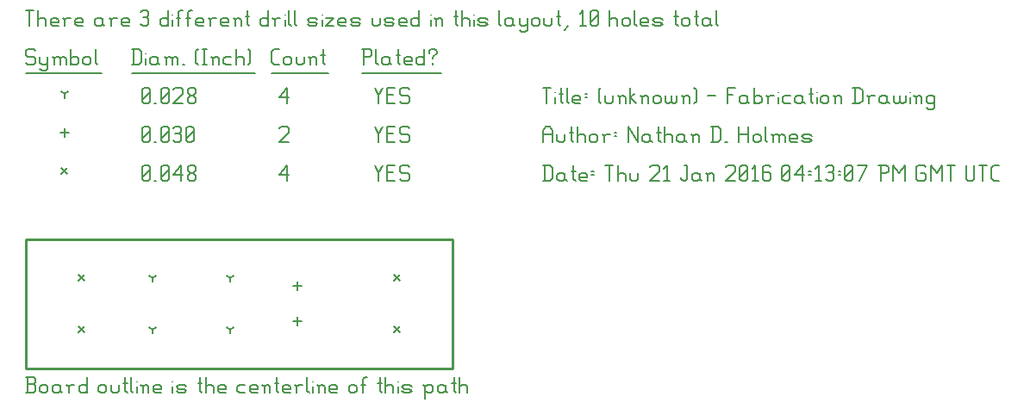
<source format=gbr>
G04 start of page 12 for group -3984 idx -3984 *
G04 Title: (unknown), fab *
G04 Creator: pcb 20140316 *
G04 CreationDate: Thu 21 Jan 2016 04:13:07 PM GMT UTC *
G04 For: ndholmes *
G04 Format: Gerber/RS-274X *
G04 PCB-Dimensions (mil): 1650.00 500.00 *
G04 PCB-Coordinate-Origin: lower left *
%MOIN*%
%FSLAX25Y25*%
%LNFAB*%
%ADD40C,0.0100*%
%ADD39C,0.0075*%
%ADD38C,0.0060*%
%ADD37C,0.0080*%
G54D37*X20300Y36200D02*X22700Y33800D01*
X20300D02*X22700Y36200D01*
X20300Y16200D02*X22700Y13800D01*
X20300D02*X22700Y16200D01*
X142300D02*X144700Y13800D01*
X142300D02*X144700Y16200D01*
X142300Y36200D02*X144700Y33800D01*
X142300D02*X144700Y36200D01*
X13800Y77450D02*X16200Y75050D01*
X13800D02*X16200Y77450D01*
G54D38*X135000Y78500D02*X136500Y75500D01*
X138000Y78500D01*
X136500Y75500D02*Y72500D01*
X139800Y75800D02*X142050D01*
X139800Y72500D02*X142800D01*
X139800Y78500D02*Y72500D01*
Y78500D02*X142800D01*
X147600D02*X148350Y77750D01*
X145350Y78500D02*X147600D01*
X144600Y77750D02*X145350Y78500D01*
X144600Y77750D02*Y76250D01*
X145350Y75500D01*
X147600D01*
X148350Y74750D01*
Y73250D01*
X147600Y72500D02*X148350Y73250D01*
X145350Y72500D02*X147600D01*
X144600Y73250D02*X145350Y72500D01*
X98000Y74750D02*X101000Y78500D01*
X98000Y74750D02*X101750D01*
X101000Y78500D02*Y72500D01*
X45000Y73250D02*X45750Y72500D01*
X45000Y77750D02*Y73250D01*
Y77750D02*X45750Y78500D01*
X47250D01*
X48000Y77750D01*
Y73250D01*
X47250Y72500D02*X48000Y73250D01*
X45750Y72500D02*X47250D01*
X45000Y74000D02*X48000Y77000D01*
X49800Y72500D02*X50550D01*
X52350Y73250D02*X53100Y72500D01*
X52350Y77750D02*Y73250D01*
Y77750D02*X53100Y78500D01*
X54600D01*
X55350Y77750D01*
Y73250D01*
X54600Y72500D02*X55350Y73250D01*
X53100Y72500D02*X54600D01*
X52350Y74000D02*X55350Y77000D01*
X57150Y74750D02*X60150Y78500D01*
X57150Y74750D02*X60900D01*
X60150Y78500D02*Y72500D01*
X62700Y73250D02*X63450Y72500D01*
X62700Y74450D02*Y73250D01*
Y74450D02*X63750Y75500D01*
X64650D01*
X65700Y74450D01*
Y73250D01*
X64950Y72500D02*X65700Y73250D01*
X63450Y72500D02*X64950D01*
X62700Y76550D02*X63750Y75500D01*
X62700Y77750D02*Y76550D01*
Y77750D02*X63450Y78500D01*
X64950D01*
X65700Y77750D01*
Y76550D01*
X64650Y75500D02*X65700Y76550D01*
X105000Y19700D02*Y16500D01*
X103400Y18100D02*X106600D01*
X105000Y33500D02*Y30300D01*
X103400Y31900D02*X106600D01*
X15000Y92850D02*Y89650D01*
X13400Y91250D02*X16600D01*
X135000Y93500D02*X136500Y90500D01*
X138000Y93500D01*
X136500Y90500D02*Y87500D01*
X139800Y90800D02*X142050D01*
X139800Y87500D02*X142800D01*
X139800Y93500D02*Y87500D01*
Y93500D02*X142800D01*
X147600D02*X148350Y92750D01*
X145350Y93500D02*X147600D01*
X144600Y92750D02*X145350Y93500D01*
X144600Y92750D02*Y91250D01*
X145350Y90500D01*
X147600D01*
X148350Y89750D01*
Y88250D01*
X147600Y87500D02*X148350Y88250D01*
X145350Y87500D02*X147600D01*
X144600Y88250D02*X145350Y87500D01*
X98000Y92750D02*X98750Y93500D01*
X101000D01*
X101750Y92750D01*
Y91250D01*
X98000Y87500D02*X101750Y91250D01*
X98000Y87500D02*X101750D01*
X45000Y88250D02*X45750Y87500D01*
X45000Y92750D02*Y88250D01*
Y92750D02*X45750Y93500D01*
X47250D01*
X48000Y92750D01*
Y88250D01*
X47250Y87500D02*X48000Y88250D01*
X45750Y87500D02*X47250D01*
X45000Y89000D02*X48000Y92000D01*
X49800Y87500D02*X50550D01*
X52350Y88250D02*X53100Y87500D01*
X52350Y92750D02*Y88250D01*
Y92750D02*X53100Y93500D01*
X54600D01*
X55350Y92750D01*
Y88250D01*
X54600Y87500D02*X55350Y88250D01*
X53100Y87500D02*X54600D01*
X52350Y89000D02*X55350Y92000D01*
X57150Y92750D02*X57900Y93500D01*
X59400D01*
X60150Y92750D01*
X59400Y87500D02*X60150Y88250D01*
X57900Y87500D02*X59400D01*
X57150Y88250D02*X57900Y87500D01*
Y90800D02*X59400D01*
X60150Y92750D02*Y91550D01*
Y90050D02*Y88250D01*
Y90050D02*X59400Y90800D01*
X60150Y91550D02*X59400Y90800D01*
X61950Y88250D02*X62700Y87500D01*
X61950Y92750D02*Y88250D01*
Y92750D02*X62700Y93500D01*
X64200D01*
X64950Y92750D01*
Y88250D01*
X64200Y87500D02*X64950Y88250D01*
X62700Y87500D02*X64200D01*
X61950Y89000D02*X64950Y92000D01*
X49000Y35000D02*Y33400D01*
Y35000D02*X50387Y35800D01*
X49000Y35000D02*X47613Y35800D01*
X49000Y15000D02*Y13400D01*
Y15000D02*X50387Y15800D01*
X49000Y15000D02*X47613Y15800D01*
X79000Y15000D02*Y13400D01*
Y15000D02*X80387Y15800D01*
X79000Y15000D02*X77613Y15800D01*
X79000Y35000D02*Y33400D01*
Y35000D02*X80387Y35800D01*
X79000Y35000D02*X77613Y35800D01*
X15000Y106250D02*Y104650D01*
Y106250D02*X16387Y107050D01*
X15000Y106250D02*X13613Y107050D01*
X135000Y108500D02*X136500Y105500D01*
X138000Y108500D01*
X136500Y105500D02*Y102500D01*
X139800Y105800D02*X142050D01*
X139800Y102500D02*X142800D01*
X139800Y108500D02*Y102500D01*
Y108500D02*X142800D01*
X147600D02*X148350Y107750D01*
X145350Y108500D02*X147600D01*
X144600Y107750D02*X145350Y108500D01*
X144600Y107750D02*Y106250D01*
X145350Y105500D01*
X147600D01*
X148350Y104750D01*
Y103250D01*
X147600Y102500D02*X148350Y103250D01*
X145350Y102500D02*X147600D01*
X144600Y103250D02*X145350Y102500D01*
X98000Y104750D02*X101000Y108500D01*
X98000Y104750D02*X101750D01*
X101000Y108500D02*Y102500D01*
X45000Y103250D02*X45750Y102500D01*
X45000Y107750D02*Y103250D01*
Y107750D02*X45750Y108500D01*
X47250D01*
X48000Y107750D01*
Y103250D01*
X47250Y102500D02*X48000Y103250D01*
X45750Y102500D02*X47250D01*
X45000Y104000D02*X48000Y107000D01*
X49800Y102500D02*X50550D01*
X52350Y103250D02*X53100Y102500D01*
X52350Y107750D02*Y103250D01*
Y107750D02*X53100Y108500D01*
X54600D01*
X55350Y107750D01*
Y103250D01*
X54600Y102500D02*X55350Y103250D01*
X53100Y102500D02*X54600D01*
X52350Y104000D02*X55350Y107000D01*
X57150Y107750D02*X57900Y108500D01*
X60150D01*
X60900Y107750D01*
Y106250D01*
X57150Y102500D02*X60900Y106250D01*
X57150Y102500D02*X60900D01*
X62700Y103250D02*X63450Y102500D01*
X62700Y104450D02*Y103250D01*
Y104450D02*X63750Y105500D01*
X64650D01*
X65700Y104450D01*
Y103250D01*
X64950Y102500D02*X65700Y103250D01*
X63450Y102500D02*X64950D01*
X62700Y106550D02*X63750Y105500D01*
X62700Y107750D02*Y106550D01*
Y107750D02*X63450Y108500D01*
X64950D01*
X65700Y107750D01*
Y106550D01*
X64650Y105500D02*X65700Y106550D01*
X3000Y123500D02*X3750Y122750D01*
X750Y123500D02*X3000D01*
X0Y122750D02*X750Y123500D01*
X0Y122750D02*Y121250D01*
X750Y120500D01*
X3000D01*
X3750Y119750D01*
Y118250D01*
X3000Y117500D02*X3750Y118250D01*
X750Y117500D02*X3000D01*
X0Y118250D02*X750Y117500D01*
X5550Y120500D02*Y118250D01*
X6300Y117500D01*
X8550Y120500D02*Y116000D01*
X7800Y115250D02*X8550Y116000D01*
X6300Y115250D02*X7800D01*
X5550Y116000D02*X6300Y115250D01*
Y117500D02*X7800D01*
X8550Y118250D01*
X11100Y119750D02*Y117500D01*
Y119750D02*X11850Y120500D01*
X12600D01*
X13350Y119750D01*
Y117500D01*
Y119750D02*X14100Y120500D01*
X14850D01*
X15600Y119750D01*
Y117500D01*
X10350Y120500D02*X11100Y119750D01*
X17400Y123500D02*Y117500D01*
Y118250D02*X18150Y117500D01*
X19650D01*
X20400Y118250D01*
Y119750D02*Y118250D01*
X19650Y120500D02*X20400Y119750D01*
X18150Y120500D02*X19650D01*
X17400Y119750D02*X18150Y120500D01*
X22200Y119750D02*Y118250D01*
Y119750D02*X22950Y120500D01*
X24450D01*
X25200Y119750D01*
Y118250D01*
X24450Y117500D02*X25200Y118250D01*
X22950Y117500D02*X24450D01*
X22200Y118250D02*X22950Y117500D01*
X27000Y123500D02*Y118250D01*
X27750Y117500D01*
X0Y114250D02*X29250D01*
X41750Y123500D02*Y117500D01*
X43700Y123500D02*X44750Y122450D01*
Y118550D01*
X43700Y117500D02*X44750Y118550D01*
X41000Y117500D02*X43700D01*
X41000Y123500D02*X43700D01*
G54D39*X46550Y122000D02*Y121850D01*
G54D38*Y119750D02*Y117500D01*
X50300Y120500D02*X51050Y119750D01*
X48800Y120500D02*X50300D01*
X48050Y119750D02*X48800Y120500D01*
X48050Y119750D02*Y118250D01*
X48800Y117500D01*
X51050Y120500D02*Y118250D01*
X51800Y117500D01*
X48800D02*X50300D01*
X51050Y118250D01*
X54350Y119750D02*Y117500D01*
Y119750D02*X55100Y120500D01*
X55850D01*
X56600Y119750D01*
Y117500D01*
Y119750D02*X57350Y120500D01*
X58100D01*
X58850Y119750D01*
Y117500D01*
X53600Y120500D02*X54350Y119750D01*
X60650Y117500D02*X61400D01*
X65900Y118250D02*X66650Y117500D01*
X65900Y122750D02*X66650Y123500D01*
X65900Y122750D02*Y118250D01*
X68450Y123500D02*X69950D01*
X69200D02*Y117500D01*
X68450D02*X69950D01*
X72500Y119750D02*Y117500D01*
Y119750D02*X73250Y120500D01*
X74000D01*
X74750Y119750D01*
Y117500D01*
X71750Y120500D02*X72500Y119750D01*
X77300Y120500D02*X79550D01*
X76550Y119750D02*X77300Y120500D01*
X76550Y119750D02*Y118250D01*
X77300Y117500D01*
X79550D01*
X81350Y123500D02*Y117500D01*
Y119750D02*X82100Y120500D01*
X83600D01*
X84350Y119750D01*
Y117500D01*
X86150Y123500D02*X86900Y122750D01*
Y118250D01*
X86150Y117500D02*X86900Y118250D01*
X41000Y114250D02*X88700D01*
X96050Y117500D02*X98000D01*
X95000Y118550D02*X96050Y117500D01*
X95000Y122450D02*Y118550D01*
Y122450D02*X96050Y123500D01*
X98000D01*
X99800Y119750D02*Y118250D01*
Y119750D02*X100550Y120500D01*
X102050D01*
X102800Y119750D01*
Y118250D01*
X102050Y117500D02*X102800Y118250D01*
X100550Y117500D02*X102050D01*
X99800Y118250D02*X100550Y117500D01*
X104600Y120500D02*Y118250D01*
X105350Y117500D01*
X106850D01*
X107600Y118250D01*
Y120500D02*Y118250D01*
X110150Y119750D02*Y117500D01*
Y119750D02*X110900Y120500D01*
X111650D01*
X112400Y119750D01*
Y117500D01*
X109400Y120500D02*X110150Y119750D01*
X114950Y123500D02*Y118250D01*
X115700Y117500D01*
X114200Y121250D02*X115700D01*
X95000Y114250D02*X117200D01*
X130750Y123500D02*Y117500D01*
X130000Y123500D02*X133000D01*
X133750Y122750D01*
Y121250D01*
X133000Y120500D02*X133750Y121250D01*
X130750Y120500D02*X133000D01*
X135550Y123500D02*Y118250D01*
X136300Y117500D01*
X140050Y120500D02*X140800Y119750D01*
X138550Y120500D02*X140050D01*
X137800Y119750D02*X138550Y120500D01*
X137800Y119750D02*Y118250D01*
X138550Y117500D01*
X140800Y120500D02*Y118250D01*
X141550Y117500D01*
X138550D02*X140050D01*
X140800Y118250D01*
X144100Y123500D02*Y118250D01*
X144850Y117500D01*
X143350Y121250D02*X144850D01*
X147100Y117500D02*X149350D01*
X146350Y118250D02*X147100Y117500D01*
X146350Y119750D02*Y118250D01*
Y119750D02*X147100Y120500D01*
X148600D01*
X149350Y119750D01*
X146350Y119000D02*X149350D01*
Y119750D02*Y119000D01*
X154150Y123500D02*Y117500D01*
X153400D02*X154150Y118250D01*
X151900Y117500D02*X153400D01*
X151150Y118250D02*X151900Y117500D01*
X151150Y119750D02*Y118250D01*
Y119750D02*X151900Y120500D01*
X153400D01*
X154150Y119750D01*
X157450Y120500D02*Y119750D01*
Y118250D02*Y117500D01*
X155950Y122750D02*Y122000D01*
Y122750D02*X156700Y123500D01*
X158200D01*
X158950Y122750D01*
Y122000D01*
X157450Y120500D02*X158950Y122000D01*
X130000Y114250D02*X160750D01*
X0Y138500D02*X3000D01*
X1500D02*Y132500D01*
X4800Y138500D02*Y132500D01*
Y134750D02*X5550Y135500D01*
X7050D01*
X7800Y134750D01*
Y132500D01*
X10350D02*X12600D01*
X9600Y133250D02*X10350Y132500D01*
X9600Y134750D02*Y133250D01*
Y134750D02*X10350Y135500D01*
X11850D01*
X12600Y134750D01*
X9600Y134000D02*X12600D01*
Y134750D02*Y134000D01*
X15150Y134750D02*Y132500D01*
Y134750D02*X15900Y135500D01*
X17400D01*
X14400D02*X15150Y134750D01*
X19950Y132500D02*X22200D01*
X19200Y133250D02*X19950Y132500D01*
X19200Y134750D02*Y133250D01*
Y134750D02*X19950Y135500D01*
X21450D01*
X22200Y134750D01*
X19200Y134000D02*X22200D01*
Y134750D02*Y134000D01*
X28950Y135500D02*X29700Y134750D01*
X27450Y135500D02*X28950D01*
X26700Y134750D02*X27450Y135500D01*
X26700Y134750D02*Y133250D01*
X27450Y132500D01*
X29700Y135500D02*Y133250D01*
X30450Y132500D01*
X27450D02*X28950D01*
X29700Y133250D01*
X33000Y134750D02*Y132500D01*
Y134750D02*X33750Y135500D01*
X35250D01*
X32250D02*X33000Y134750D01*
X37800Y132500D02*X40050D01*
X37050Y133250D02*X37800Y132500D01*
X37050Y134750D02*Y133250D01*
Y134750D02*X37800Y135500D01*
X39300D01*
X40050Y134750D01*
X37050Y134000D02*X40050D01*
Y134750D02*Y134000D01*
X44550Y137750D02*X45300Y138500D01*
X46800D01*
X47550Y137750D01*
X46800Y132500D02*X47550Y133250D01*
X45300Y132500D02*X46800D01*
X44550Y133250D02*X45300Y132500D01*
Y135800D02*X46800D01*
X47550Y137750D02*Y136550D01*
Y135050D02*Y133250D01*
Y135050D02*X46800Y135800D01*
X47550Y136550D02*X46800Y135800D01*
X55050Y138500D02*Y132500D01*
X54300D02*X55050Y133250D01*
X52800Y132500D02*X54300D01*
X52050Y133250D02*X52800Y132500D01*
X52050Y134750D02*Y133250D01*
Y134750D02*X52800Y135500D01*
X54300D01*
X55050Y134750D01*
G54D39*X56850Y137000D02*Y136850D01*
G54D38*Y134750D02*Y132500D01*
X59100Y137750D02*Y132500D01*
Y137750D02*X59850Y138500D01*
X60600D01*
X58350Y135500D02*X59850D01*
X62850Y137750D02*Y132500D01*
Y137750D02*X63600Y138500D01*
X64350D01*
X62100Y135500D02*X63600D01*
X66600Y132500D02*X68850D01*
X65850Y133250D02*X66600Y132500D01*
X65850Y134750D02*Y133250D01*
Y134750D02*X66600Y135500D01*
X68100D01*
X68850Y134750D01*
X65850Y134000D02*X68850D01*
Y134750D02*Y134000D01*
X71400Y134750D02*Y132500D01*
Y134750D02*X72150Y135500D01*
X73650D01*
X70650D02*X71400Y134750D01*
X76200Y132500D02*X78450D01*
X75450Y133250D02*X76200Y132500D01*
X75450Y134750D02*Y133250D01*
Y134750D02*X76200Y135500D01*
X77700D01*
X78450Y134750D01*
X75450Y134000D02*X78450D01*
Y134750D02*Y134000D01*
X81000Y134750D02*Y132500D01*
Y134750D02*X81750Y135500D01*
X82500D01*
X83250Y134750D01*
Y132500D01*
X80250Y135500D02*X81000Y134750D01*
X85800Y138500D02*Y133250D01*
X86550Y132500D01*
X85050Y136250D02*X86550D01*
X93750Y138500D02*Y132500D01*
X93000D02*X93750Y133250D01*
X91500Y132500D02*X93000D01*
X90750Y133250D02*X91500Y132500D01*
X90750Y134750D02*Y133250D01*
Y134750D02*X91500Y135500D01*
X93000D01*
X93750Y134750D01*
X96300D02*Y132500D01*
Y134750D02*X97050Y135500D01*
X98550D01*
X95550D02*X96300Y134750D01*
G54D39*X100350Y137000D02*Y136850D01*
G54D38*Y134750D02*Y132500D01*
X101850Y138500D02*Y133250D01*
X102600Y132500D01*
X104100Y138500D02*Y133250D01*
X104850Y132500D01*
X109800D02*X112050D01*
X112800Y133250D01*
X112050Y134000D02*X112800Y133250D01*
X109800Y134000D02*X112050D01*
X109050Y134750D02*X109800Y134000D01*
X109050Y134750D02*X109800Y135500D01*
X112050D01*
X112800Y134750D01*
X109050Y133250D02*X109800Y132500D01*
G54D39*X114600Y137000D02*Y136850D01*
G54D38*Y134750D02*Y132500D01*
X116100Y135500D02*X119100D01*
X116100Y132500D02*X119100Y135500D01*
X116100Y132500D02*X119100D01*
X121650D02*X123900D01*
X120900Y133250D02*X121650Y132500D01*
X120900Y134750D02*Y133250D01*
Y134750D02*X121650Y135500D01*
X123150D01*
X123900Y134750D01*
X120900Y134000D02*X123900D01*
Y134750D02*Y134000D01*
X126450Y132500D02*X128700D01*
X129450Y133250D01*
X128700Y134000D02*X129450Y133250D01*
X126450Y134000D02*X128700D01*
X125700Y134750D02*X126450Y134000D01*
X125700Y134750D02*X126450Y135500D01*
X128700D01*
X129450Y134750D01*
X125700Y133250D02*X126450Y132500D01*
X133950Y135500D02*Y133250D01*
X134700Y132500D01*
X136200D01*
X136950Y133250D01*
Y135500D02*Y133250D01*
X139500Y132500D02*X141750D01*
X142500Y133250D01*
X141750Y134000D02*X142500Y133250D01*
X139500Y134000D02*X141750D01*
X138750Y134750D02*X139500Y134000D01*
X138750Y134750D02*X139500Y135500D01*
X141750D01*
X142500Y134750D01*
X138750Y133250D02*X139500Y132500D01*
X145050D02*X147300D01*
X144300Y133250D02*X145050Y132500D01*
X144300Y134750D02*Y133250D01*
Y134750D02*X145050Y135500D01*
X146550D01*
X147300Y134750D01*
X144300Y134000D02*X147300D01*
Y134750D02*Y134000D01*
X152100Y138500D02*Y132500D01*
X151350D02*X152100Y133250D01*
X149850Y132500D02*X151350D01*
X149100Y133250D02*X149850Y132500D01*
X149100Y134750D02*Y133250D01*
Y134750D02*X149850Y135500D01*
X151350D01*
X152100Y134750D01*
G54D39*X156600Y137000D02*Y136850D01*
G54D38*Y134750D02*Y132500D01*
X158850Y134750D02*Y132500D01*
Y134750D02*X159600Y135500D01*
X160350D01*
X161100Y134750D01*
Y132500D01*
X158100Y135500D02*X158850Y134750D01*
X166350Y138500D02*Y133250D01*
X167100Y132500D01*
X165600Y136250D02*X167100D01*
X168600Y138500D02*Y132500D01*
Y134750D02*X169350Y135500D01*
X170850D01*
X171600Y134750D01*
Y132500D01*
G54D39*X173400Y137000D02*Y136850D01*
G54D38*Y134750D02*Y132500D01*
X175650D02*X177900D01*
X178650Y133250D01*
X177900Y134000D02*X178650Y133250D01*
X175650Y134000D02*X177900D01*
X174900Y134750D02*X175650Y134000D01*
X174900Y134750D02*X175650Y135500D01*
X177900D01*
X178650Y134750D01*
X174900Y133250D02*X175650Y132500D01*
X183150Y138500D02*Y133250D01*
X183900Y132500D01*
X187650Y135500D02*X188400Y134750D01*
X186150Y135500D02*X187650D01*
X185400Y134750D02*X186150Y135500D01*
X185400Y134750D02*Y133250D01*
X186150Y132500D01*
X188400Y135500D02*Y133250D01*
X189150Y132500D01*
X186150D02*X187650D01*
X188400Y133250D01*
X190950Y135500D02*Y133250D01*
X191700Y132500D01*
X193950Y135500D02*Y131000D01*
X193200Y130250D02*X193950Y131000D01*
X191700Y130250D02*X193200D01*
X190950Y131000D02*X191700Y130250D01*
Y132500D02*X193200D01*
X193950Y133250D01*
X195750Y134750D02*Y133250D01*
Y134750D02*X196500Y135500D01*
X198000D01*
X198750Y134750D01*
Y133250D01*
X198000Y132500D02*X198750Y133250D01*
X196500Y132500D02*X198000D01*
X195750Y133250D02*X196500Y132500D01*
X200550Y135500D02*Y133250D01*
X201300Y132500D01*
X202800D01*
X203550Y133250D01*
Y135500D02*Y133250D01*
X206100Y138500D02*Y133250D01*
X206850Y132500D01*
X205350Y136250D02*X206850D01*
X208350Y131000D02*X209850Y132500D01*
X214350Y137300D02*X215550Y138500D01*
Y132500D01*
X214350D02*X216600D01*
X218400Y133250D02*X219150Y132500D01*
X218400Y137750D02*Y133250D01*
Y137750D02*X219150Y138500D01*
X220650D01*
X221400Y137750D01*
Y133250D01*
X220650Y132500D02*X221400Y133250D01*
X219150Y132500D02*X220650D01*
X218400Y134000D02*X221400Y137000D01*
X225900Y138500D02*Y132500D01*
Y134750D02*X226650Y135500D01*
X228150D01*
X228900Y134750D01*
Y132500D01*
X230700Y134750D02*Y133250D01*
Y134750D02*X231450Y135500D01*
X232950D01*
X233700Y134750D01*
Y133250D01*
X232950Y132500D02*X233700Y133250D01*
X231450Y132500D02*X232950D01*
X230700Y133250D02*X231450Y132500D01*
X235500Y138500D02*Y133250D01*
X236250Y132500D01*
X238500D02*X240750D01*
X237750Y133250D02*X238500Y132500D01*
X237750Y134750D02*Y133250D01*
Y134750D02*X238500Y135500D01*
X240000D01*
X240750Y134750D01*
X237750Y134000D02*X240750D01*
Y134750D02*Y134000D01*
X243300Y132500D02*X245550D01*
X246300Y133250D01*
X245550Y134000D02*X246300Y133250D01*
X243300Y134000D02*X245550D01*
X242550Y134750D02*X243300Y134000D01*
X242550Y134750D02*X243300Y135500D01*
X245550D01*
X246300Y134750D01*
X242550Y133250D02*X243300Y132500D01*
X251550Y138500D02*Y133250D01*
X252300Y132500D01*
X250800Y136250D02*X252300D01*
X253800Y134750D02*Y133250D01*
Y134750D02*X254550Y135500D01*
X256050D01*
X256800Y134750D01*
Y133250D01*
X256050Y132500D02*X256800Y133250D01*
X254550Y132500D02*X256050D01*
X253800Y133250D02*X254550Y132500D01*
X259350Y138500D02*Y133250D01*
X260100Y132500D01*
X258600Y136250D02*X260100D01*
X263850Y135500D02*X264600Y134750D01*
X262350Y135500D02*X263850D01*
X261600Y134750D02*X262350Y135500D01*
X261600Y134750D02*Y133250D01*
X262350Y132500D01*
X264600Y135500D02*Y133250D01*
X265350Y132500D01*
X262350D02*X263850D01*
X264600Y133250D01*
X267150Y138500D02*Y133250D01*
X267900Y132500D01*
G54D40*X0Y0D02*X165000D01*
Y50000D01*
X0D01*
Y0D01*
G54D38*Y-9500D02*X3000D01*
X3750Y-8750D01*
Y-6950D02*Y-8750D01*
X3000Y-6200D02*X3750Y-6950D01*
X750Y-6200D02*X3000D01*
X750Y-3500D02*Y-9500D01*
X0Y-3500D02*X3000D01*
X3750Y-4250D01*
Y-5450D01*
X3000Y-6200D02*X3750Y-5450D01*
X5550Y-7250D02*Y-8750D01*
Y-7250D02*X6300Y-6500D01*
X7800D01*
X8550Y-7250D01*
Y-8750D01*
X7800Y-9500D02*X8550Y-8750D01*
X6300Y-9500D02*X7800D01*
X5550Y-8750D02*X6300Y-9500D01*
X12600Y-6500D02*X13350Y-7250D01*
X11100Y-6500D02*X12600D01*
X10350Y-7250D02*X11100Y-6500D01*
X10350Y-7250D02*Y-8750D01*
X11100Y-9500D01*
X13350Y-6500D02*Y-8750D01*
X14100Y-9500D01*
X11100D02*X12600D01*
X13350Y-8750D01*
X16650Y-7250D02*Y-9500D01*
Y-7250D02*X17400Y-6500D01*
X18900D01*
X15900D02*X16650Y-7250D01*
X23700Y-3500D02*Y-9500D01*
X22950D02*X23700Y-8750D01*
X21450Y-9500D02*X22950D01*
X20700Y-8750D02*X21450Y-9500D01*
X20700Y-7250D02*Y-8750D01*
Y-7250D02*X21450Y-6500D01*
X22950D01*
X23700Y-7250D01*
X28200D02*Y-8750D01*
Y-7250D02*X28950Y-6500D01*
X30450D01*
X31200Y-7250D01*
Y-8750D01*
X30450Y-9500D02*X31200Y-8750D01*
X28950Y-9500D02*X30450D01*
X28200Y-8750D02*X28950Y-9500D01*
X33000Y-6500D02*Y-8750D01*
X33750Y-9500D01*
X35250D01*
X36000Y-8750D01*
Y-6500D02*Y-8750D01*
X38550Y-3500D02*Y-8750D01*
X39300Y-9500D01*
X37800Y-5750D02*X39300D01*
X40800Y-3500D02*Y-8750D01*
X41550Y-9500D01*
G54D39*X43050Y-5000D02*Y-5150D01*
G54D38*Y-7250D02*Y-9500D01*
X45300Y-7250D02*Y-9500D01*
Y-7250D02*X46050Y-6500D01*
X46800D01*
X47550Y-7250D01*
Y-9500D01*
X44550Y-6500D02*X45300Y-7250D01*
X50100Y-9500D02*X52350D01*
X49350Y-8750D02*X50100Y-9500D01*
X49350Y-7250D02*Y-8750D01*
Y-7250D02*X50100Y-6500D01*
X51600D01*
X52350Y-7250D01*
X49350Y-8000D02*X52350D01*
Y-7250D02*Y-8000D01*
G54D39*X56850Y-5000D02*Y-5150D01*
G54D38*Y-7250D02*Y-9500D01*
X59100D02*X61350D01*
X62100Y-8750D01*
X61350Y-8000D02*X62100Y-8750D01*
X59100Y-8000D02*X61350D01*
X58350Y-7250D02*X59100Y-8000D01*
X58350Y-7250D02*X59100Y-6500D01*
X61350D01*
X62100Y-7250D01*
X58350Y-8750D02*X59100Y-9500D01*
X67350Y-3500D02*Y-8750D01*
X68100Y-9500D01*
X66600Y-5750D02*X68100D01*
X69600Y-3500D02*Y-9500D01*
Y-7250D02*X70350Y-6500D01*
X71850D01*
X72600Y-7250D01*
Y-9500D01*
X75150D02*X77400D01*
X74400Y-8750D02*X75150Y-9500D01*
X74400Y-7250D02*Y-8750D01*
Y-7250D02*X75150Y-6500D01*
X76650D01*
X77400Y-7250D01*
X74400Y-8000D02*X77400D01*
Y-7250D02*Y-8000D01*
X82650Y-6500D02*X84900D01*
X81900Y-7250D02*X82650Y-6500D01*
X81900Y-7250D02*Y-8750D01*
X82650Y-9500D01*
X84900D01*
X87450D02*X89700D01*
X86700Y-8750D02*X87450Y-9500D01*
X86700Y-7250D02*Y-8750D01*
Y-7250D02*X87450Y-6500D01*
X88950D01*
X89700Y-7250D01*
X86700Y-8000D02*X89700D01*
Y-7250D02*Y-8000D01*
X92250Y-7250D02*Y-9500D01*
Y-7250D02*X93000Y-6500D01*
X93750D01*
X94500Y-7250D01*
Y-9500D01*
X91500Y-6500D02*X92250Y-7250D01*
X97050Y-3500D02*Y-8750D01*
X97800Y-9500D01*
X96300Y-5750D02*X97800D01*
X100050Y-9500D02*X102300D01*
X99300Y-8750D02*X100050Y-9500D01*
X99300Y-7250D02*Y-8750D01*
Y-7250D02*X100050Y-6500D01*
X101550D01*
X102300Y-7250D01*
X99300Y-8000D02*X102300D01*
Y-7250D02*Y-8000D01*
X104850Y-7250D02*Y-9500D01*
Y-7250D02*X105600Y-6500D01*
X107100D01*
X104100D02*X104850Y-7250D01*
X108900Y-3500D02*Y-8750D01*
X109650Y-9500D01*
G54D39*X111150Y-5000D02*Y-5150D01*
G54D38*Y-7250D02*Y-9500D01*
X113400Y-7250D02*Y-9500D01*
Y-7250D02*X114150Y-6500D01*
X114900D01*
X115650Y-7250D01*
Y-9500D01*
X112650Y-6500D02*X113400Y-7250D01*
X118200Y-9500D02*X120450D01*
X117450Y-8750D02*X118200Y-9500D01*
X117450Y-7250D02*Y-8750D01*
Y-7250D02*X118200Y-6500D01*
X119700D01*
X120450Y-7250D01*
X117450Y-8000D02*X120450D01*
Y-7250D02*Y-8000D01*
X124950Y-7250D02*Y-8750D01*
Y-7250D02*X125700Y-6500D01*
X127200D01*
X127950Y-7250D01*
Y-8750D01*
X127200Y-9500D02*X127950Y-8750D01*
X125700Y-9500D02*X127200D01*
X124950Y-8750D02*X125700Y-9500D01*
X130500Y-4250D02*Y-9500D01*
Y-4250D02*X131250Y-3500D01*
X132000D01*
X129750Y-6500D02*X131250D01*
X136950Y-3500D02*Y-8750D01*
X137700Y-9500D01*
X136200Y-5750D02*X137700D01*
X139200Y-3500D02*Y-9500D01*
Y-7250D02*X139950Y-6500D01*
X141450D01*
X142200Y-7250D01*
Y-9500D01*
G54D39*X144000Y-5000D02*Y-5150D01*
G54D38*Y-7250D02*Y-9500D01*
X146250D02*X148500D01*
X149250Y-8750D01*
X148500Y-8000D02*X149250Y-8750D01*
X146250Y-8000D02*X148500D01*
X145500Y-7250D02*X146250Y-8000D01*
X145500Y-7250D02*X146250Y-6500D01*
X148500D01*
X149250Y-7250D01*
X145500Y-8750D02*X146250Y-9500D01*
X154500Y-7250D02*Y-11750D01*
X153750Y-6500D02*X154500Y-7250D01*
X155250Y-6500D01*
X156750D01*
X157500Y-7250D01*
Y-8750D01*
X156750Y-9500D02*X157500Y-8750D01*
X155250Y-9500D02*X156750D01*
X154500Y-8750D02*X155250Y-9500D01*
X161550Y-6500D02*X162300Y-7250D01*
X160050Y-6500D02*X161550D01*
X159300Y-7250D02*X160050Y-6500D01*
X159300Y-7250D02*Y-8750D01*
X160050Y-9500D01*
X162300Y-6500D02*Y-8750D01*
X163050Y-9500D01*
X160050D02*X161550D01*
X162300Y-8750D01*
X165600Y-3500D02*Y-8750D01*
X166350Y-9500D01*
X164850Y-5750D02*X166350D01*
X167850Y-3500D02*Y-9500D01*
Y-7250D02*X168600Y-6500D01*
X170100D01*
X170850Y-7250D01*
Y-9500D01*
X200750Y78500D02*Y72500D01*
X202700Y78500D02*X203750Y77450D01*
Y73550D01*
X202700Y72500D02*X203750Y73550D01*
X200000Y72500D02*X202700D01*
X200000Y78500D02*X202700D01*
X207800Y75500D02*X208550Y74750D01*
X206300Y75500D02*X207800D01*
X205550Y74750D02*X206300Y75500D01*
X205550Y74750D02*Y73250D01*
X206300Y72500D01*
X208550Y75500D02*Y73250D01*
X209300Y72500D01*
X206300D02*X207800D01*
X208550Y73250D01*
X211850Y78500D02*Y73250D01*
X212600Y72500D01*
X211100Y76250D02*X212600D01*
X214850Y72500D02*X217100D01*
X214100Y73250D02*X214850Y72500D01*
X214100Y74750D02*Y73250D01*
Y74750D02*X214850Y75500D01*
X216350D01*
X217100Y74750D01*
X214100Y74000D02*X217100D01*
Y74750D02*Y74000D01*
X218900Y76250D02*X219650D01*
X218900Y74750D02*X219650D01*
X224150Y78500D02*X227150D01*
X225650D02*Y72500D01*
X228950Y78500D02*Y72500D01*
Y74750D02*X229700Y75500D01*
X231200D01*
X231950Y74750D01*
Y72500D01*
X233750Y75500D02*Y73250D01*
X234500Y72500D01*
X236000D01*
X236750Y73250D01*
Y75500D02*Y73250D01*
X241250Y77750D02*X242000Y78500D01*
X244250D01*
X245000Y77750D01*
Y76250D01*
X241250Y72500D02*X245000Y76250D01*
X241250Y72500D02*X245000D01*
X246800Y77300D02*X248000Y78500D01*
Y72500D01*
X246800D02*X249050D01*
X254600Y78500D02*X255800D01*
Y73250D01*
X255050Y72500D02*X255800Y73250D01*
X254300Y72500D02*X255050D01*
X253550Y73250D02*X254300Y72500D01*
X253550Y74000D02*Y73250D01*
X259850Y75500D02*X260600Y74750D01*
X258350Y75500D02*X259850D01*
X257600Y74750D02*X258350Y75500D01*
X257600Y74750D02*Y73250D01*
X258350Y72500D01*
X260600Y75500D02*Y73250D01*
X261350Y72500D01*
X258350D02*X259850D01*
X260600Y73250D01*
X263900Y74750D02*Y72500D01*
Y74750D02*X264650Y75500D01*
X265400D01*
X266150Y74750D01*
Y72500D01*
X263150Y75500D02*X263900Y74750D01*
X270650Y77750D02*X271400Y78500D01*
X273650D01*
X274400Y77750D01*
Y76250D01*
X270650Y72500D02*X274400Y76250D01*
X270650Y72500D02*X274400D01*
X276200Y73250D02*X276950Y72500D01*
X276200Y77750D02*Y73250D01*
Y77750D02*X276950Y78500D01*
X278450D01*
X279200Y77750D01*
Y73250D01*
X278450Y72500D02*X279200Y73250D01*
X276950Y72500D02*X278450D01*
X276200Y74000D02*X279200Y77000D01*
X281000Y77300D02*X282200Y78500D01*
Y72500D01*
X281000D02*X283250D01*
X287300Y78500D02*X288050Y77750D01*
X285800Y78500D02*X287300D01*
X285050Y77750D02*X285800Y78500D01*
X285050Y77750D02*Y73250D01*
X285800Y72500D01*
X287300Y75800D02*X288050Y75050D01*
X285050Y75800D02*X287300D01*
X285800Y72500D02*X287300D01*
X288050Y73250D01*
Y75050D02*Y73250D01*
X292550D02*X293300Y72500D01*
X292550Y77750D02*Y73250D01*
Y77750D02*X293300Y78500D01*
X294800D01*
X295550Y77750D01*
Y73250D01*
X294800Y72500D02*X295550Y73250D01*
X293300Y72500D02*X294800D01*
X292550Y74000D02*X295550Y77000D01*
X297350Y74750D02*X300350Y78500D01*
X297350Y74750D02*X301100D01*
X300350Y78500D02*Y72500D01*
X302900Y76250D02*X303650D01*
X302900Y74750D02*X303650D01*
X305450Y77300D02*X306650Y78500D01*
Y72500D01*
X305450D02*X307700D01*
X309500Y77750D02*X310250Y78500D01*
X311750D01*
X312500Y77750D01*
X311750Y72500D02*X312500Y73250D01*
X310250Y72500D02*X311750D01*
X309500Y73250D02*X310250Y72500D01*
Y75800D02*X311750D01*
X312500Y77750D02*Y76550D01*
Y75050D02*Y73250D01*
Y75050D02*X311750Y75800D01*
X312500Y76550D02*X311750Y75800D01*
X314300Y76250D02*X315050D01*
X314300Y74750D02*X315050D01*
X316850Y73250D02*X317600Y72500D01*
X316850Y77750D02*Y73250D01*
Y77750D02*X317600Y78500D01*
X319100D01*
X319850Y77750D01*
Y73250D01*
X319100Y72500D02*X319850Y73250D01*
X317600Y72500D02*X319100D01*
X316850Y74000D02*X319850Y77000D01*
X322400Y72500D02*X325400Y78500D01*
X321650D02*X325400D01*
X330650D02*Y72500D01*
X329900Y78500D02*X332900D01*
X333650Y77750D01*
Y76250D01*
X332900Y75500D02*X333650Y76250D01*
X330650Y75500D02*X332900D01*
X335450Y78500D02*Y72500D01*
Y78500D02*X337700Y75500D01*
X339950Y78500D01*
Y72500D01*
X347450Y78500D02*X348200Y77750D01*
X345200Y78500D02*X347450D01*
X344450Y77750D02*X345200Y78500D01*
X344450Y77750D02*Y73250D01*
X345200Y72500D01*
X347450D01*
X348200Y73250D01*
Y74750D02*Y73250D01*
X347450Y75500D02*X348200Y74750D01*
X345950Y75500D02*X347450D01*
X350000Y78500D02*Y72500D01*
Y78500D02*X352250Y75500D01*
X354500Y78500D01*
Y72500D01*
X356300Y78500D02*X359300D01*
X357800D02*Y72500D01*
X363800Y78500D02*Y73250D01*
X364550Y72500D01*
X366050D01*
X366800Y73250D01*
Y78500D02*Y73250D01*
X368600Y78500D02*X371600D01*
X370100D02*Y72500D01*
X374450D02*X376400D01*
X373400Y73550D02*X374450Y72500D01*
X373400Y77450D02*Y73550D01*
Y77450D02*X374450Y78500D01*
X376400D01*
X200000Y92000D02*Y87500D01*
Y92000D02*X201050Y93500D01*
X202700D01*
X203750Y92000D01*
Y87500D01*
X200000Y90500D02*X203750D01*
X205550D02*Y88250D01*
X206300Y87500D01*
X207800D01*
X208550Y88250D01*
Y90500D02*Y88250D01*
X211100Y93500D02*Y88250D01*
X211850Y87500D01*
X210350Y91250D02*X211850D01*
X213350Y93500D02*Y87500D01*
Y89750D02*X214100Y90500D01*
X215600D01*
X216350Y89750D01*
Y87500D01*
X218150Y89750D02*Y88250D01*
Y89750D02*X218900Y90500D01*
X220400D01*
X221150Y89750D01*
Y88250D01*
X220400Y87500D02*X221150Y88250D01*
X218900Y87500D02*X220400D01*
X218150Y88250D02*X218900Y87500D01*
X223700Y89750D02*Y87500D01*
Y89750D02*X224450Y90500D01*
X225950D01*
X222950D02*X223700Y89750D01*
X227750Y91250D02*X228500D01*
X227750Y89750D02*X228500D01*
X233000Y93500D02*Y87500D01*
Y93500D02*X236750Y87500D01*
Y93500D02*Y87500D01*
X240800Y90500D02*X241550Y89750D01*
X239300Y90500D02*X240800D01*
X238550Y89750D02*X239300Y90500D01*
X238550Y89750D02*Y88250D01*
X239300Y87500D01*
X241550Y90500D02*Y88250D01*
X242300Y87500D01*
X239300D02*X240800D01*
X241550Y88250D01*
X244850Y93500D02*Y88250D01*
X245600Y87500D01*
X244100Y91250D02*X245600D01*
X247100Y93500D02*Y87500D01*
Y89750D02*X247850Y90500D01*
X249350D01*
X250100Y89750D01*
Y87500D01*
X254150Y90500D02*X254900Y89750D01*
X252650Y90500D02*X254150D01*
X251900Y89750D02*X252650Y90500D01*
X251900Y89750D02*Y88250D01*
X252650Y87500D01*
X254900Y90500D02*Y88250D01*
X255650Y87500D01*
X252650D02*X254150D01*
X254900Y88250D01*
X258200Y89750D02*Y87500D01*
Y89750D02*X258950Y90500D01*
X259700D01*
X260450Y89750D01*
Y87500D01*
X257450Y90500D02*X258200Y89750D01*
X265700Y93500D02*Y87500D01*
X267650Y93500D02*X268700Y92450D01*
Y88550D01*
X267650Y87500D02*X268700Y88550D01*
X264950Y87500D02*X267650D01*
X264950Y93500D02*X267650D01*
X270500Y87500D02*X271250D01*
X275750Y93500D02*Y87500D01*
X279500Y93500D02*Y87500D01*
X275750Y90500D02*X279500D01*
X281300Y89750D02*Y88250D01*
Y89750D02*X282050Y90500D01*
X283550D01*
X284300Y89750D01*
Y88250D01*
X283550Y87500D02*X284300Y88250D01*
X282050Y87500D02*X283550D01*
X281300Y88250D02*X282050Y87500D01*
X286100Y93500D02*Y88250D01*
X286850Y87500D01*
X289100Y89750D02*Y87500D01*
Y89750D02*X289850Y90500D01*
X290600D01*
X291350Y89750D01*
Y87500D01*
Y89750D02*X292100Y90500D01*
X292850D01*
X293600Y89750D01*
Y87500D01*
X288350Y90500D02*X289100Y89750D01*
X296150Y87500D02*X298400D01*
X295400Y88250D02*X296150Y87500D01*
X295400Y89750D02*Y88250D01*
Y89750D02*X296150Y90500D01*
X297650D01*
X298400Y89750D01*
X295400Y89000D02*X298400D01*
Y89750D02*Y89000D01*
X300950Y87500D02*X303200D01*
X303950Y88250D01*
X303200Y89000D02*X303950Y88250D01*
X300950Y89000D02*X303200D01*
X300200Y89750D02*X300950Y89000D01*
X300200Y89750D02*X300950Y90500D01*
X303200D01*
X303950Y89750D01*
X300200Y88250D02*X300950Y87500D01*
X200000Y108500D02*X203000D01*
X201500D02*Y102500D01*
G54D39*X204800Y107000D02*Y106850D01*
G54D38*Y104750D02*Y102500D01*
X207050Y108500D02*Y103250D01*
X207800Y102500D01*
X206300Y106250D02*X207800D01*
X209300Y108500D02*Y103250D01*
X210050Y102500D01*
X212300D02*X214550D01*
X211550Y103250D02*X212300Y102500D01*
X211550Y104750D02*Y103250D01*
Y104750D02*X212300Y105500D01*
X213800D01*
X214550Y104750D01*
X211550Y104000D02*X214550D01*
Y104750D02*Y104000D01*
X216350Y106250D02*X217100D01*
X216350Y104750D02*X217100D01*
X221600Y103250D02*X222350Y102500D01*
X221600Y107750D02*X222350Y108500D01*
X221600Y107750D02*Y103250D01*
X224150Y105500D02*Y103250D01*
X224900Y102500D01*
X226400D01*
X227150Y103250D01*
Y105500D02*Y103250D01*
X229700Y104750D02*Y102500D01*
Y104750D02*X230450Y105500D01*
X231200D01*
X231950Y104750D01*
Y102500D01*
X228950Y105500D02*X229700Y104750D01*
X233750Y108500D02*Y102500D01*
Y104750D02*X236000Y102500D01*
X233750Y104750D02*X235250Y106250D01*
X238550Y104750D02*Y102500D01*
Y104750D02*X239300Y105500D01*
X240050D01*
X240800Y104750D01*
Y102500D01*
X237800Y105500D02*X238550Y104750D01*
X242600D02*Y103250D01*
Y104750D02*X243350Y105500D01*
X244850D01*
X245600Y104750D01*
Y103250D01*
X244850Y102500D02*X245600Y103250D01*
X243350Y102500D02*X244850D01*
X242600Y103250D02*X243350Y102500D01*
X247400Y105500D02*Y103250D01*
X248150Y102500D01*
X248900D01*
X249650Y103250D01*
Y105500D02*Y103250D01*
X250400Y102500D01*
X251150D01*
X251900Y103250D01*
Y105500D02*Y103250D01*
X254450Y104750D02*Y102500D01*
Y104750D02*X255200Y105500D01*
X255950D01*
X256700Y104750D01*
Y102500D01*
X253700Y105500D02*X254450Y104750D01*
X258500Y108500D02*X259250Y107750D01*
Y103250D01*
X258500Y102500D02*X259250Y103250D01*
X263750Y105500D02*X266750D01*
X271250Y108500D02*Y102500D01*
Y108500D02*X274250D01*
X271250Y105800D02*X273500D01*
X278300Y105500D02*X279050Y104750D01*
X276800Y105500D02*X278300D01*
X276050Y104750D02*X276800Y105500D01*
X276050Y104750D02*Y103250D01*
X276800Y102500D01*
X279050Y105500D02*Y103250D01*
X279800Y102500D01*
X276800D02*X278300D01*
X279050Y103250D01*
X281600Y108500D02*Y102500D01*
Y103250D02*X282350Y102500D01*
X283850D01*
X284600Y103250D01*
Y104750D02*Y103250D01*
X283850Y105500D02*X284600Y104750D01*
X282350Y105500D02*X283850D01*
X281600Y104750D02*X282350Y105500D01*
X287150Y104750D02*Y102500D01*
Y104750D02*X287900Y105500D01*
X289400D01*
X286400D02*X287150Y104750D01*
G54D39*X291200Y107000D02*Y106850D01*
G54D38*Y104750D02*Y102500D01*
X293450Y105500D02*X295700D01*
X292700Y104750D02*X293450Y105500D01*
X292700Y104750D02*Y103250D01*
X293450Y102500D01*
X295700D01*
X299750Y105500D02*X300500Y104750D01*
X298250Y105500D02*X299750D01*
X297500Y104750D02*X298250Y105500D01*
X297500Y104750D02*Y103250D01*
X298250Y102500D01*
X300500Y105500D02*Y103250D01*
X301250Y102500D01*
X298250D02*X299750D01*
X300500Y103250D01*
X303800Y108500D02*Y103250D01*
X304550Y102500D01*
X303050Y106250D02*X304550D01*
G54D39*X306050Y107000D02*Y106850D01*
G54D38*Y104750D02*Y102500D01*
X307550Y104750D02*Y103250D01*
Y104750D02*X308300Y105500D01*
X309800D01*
X310550Y104750D01*
Y103250D01*
X309800Y102500D02*X310550Y103250D01*
X308300Y102500D02*X309800D01*
X307550Y103250D02*X308300Y102500D01*
X313100Y104750D02*Y102500D01*
Y104750D02*X313850Y105500D01*
X314600D01*
X315350Y104750D01*
Y102500D01*
X312350Y105500D02*X313100Y104750D01*
X320600Y108500D02*Y102500D01*
X322550Y108500D02*X323600Y107450D01*
Y103550D01*
X322550Y102500D02*X323600Y103550D01*
X319850Y102500D02*X322550D01*
X319850Y108500D02*X322550D01*
X326150Y104750D02*Y102500D01*
Y104750D02*X326900Y105500D01*
X328400D01*
X325400D02*X326150Y104750D01*
X332450Y105500D02*X333200Y104750D01*
X330950Y105500D02*X332450D01*
X330200Y104750D02*X330950Y105500D01*
X330200Y104750D02*Y103250D01*
X330950Y102500D01*
X333200Y105500D02*Y103250D01*
X333950Y102500D01*
X330950D02*X332450D01*
X333200Y103250D01*
X335750Y105500D02*Y103250D01*
X336500Y102500D01*
X337250D01*
X338000Y103250D01*
Y105500D02*Y103250D01*
X338750Y102500D01*
X339500D01*
X340250Y103250D01*
Y105500D02*Y103250D01*
G54D39*X342050Y107000D02*Y106850D01*
G54D38*Y104750D02*Y102500D01*
X344300Y104750D02*Y102500D01*
Y104750D02*X345050Y105500D01*
X345800D01*
X346550Y104750D01*
Y102500D01*
X343550Y105500D02*X344300Y104750D01*
X350600Y105500D02*X351350Y104750D01*
X349100Y105500D02*X350600D01*
X348350Y104750D02*X349100Y105500D01*
X348350Y104750D02*Y103250D01*
X349100Y102500D01*
X350600D01*
X351350Y103250D01*
X348350Y101000D02*X349100Y100250D01*
X350600D01*
X351350Y101000D01*
Y105500D02*Y101000D01*
M02*

</source>
